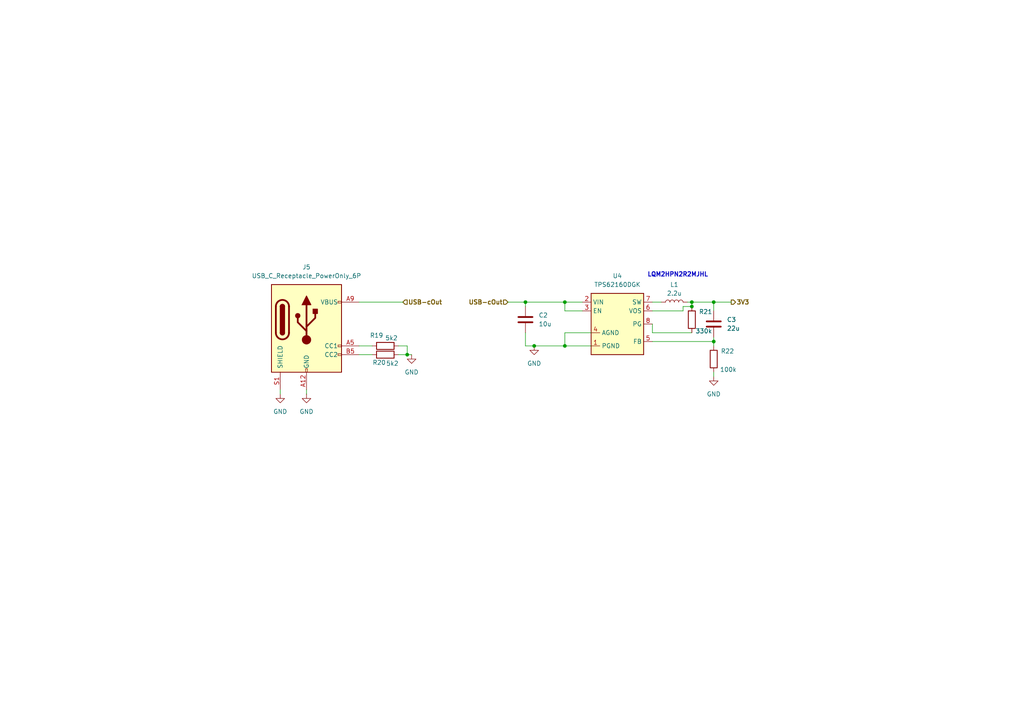
<source format=kicad_sch>
(kicad_sch (version 20250114) (generator "eeschema") (generator_version "9.0")
  (paper "A4")
  (lib_symbols
    (symbol "Connector:USB_C_Receptacle_PowerOnly_6P" (pin_names (offset 1.016))
      (property "Reference" "J" (at 0 16.51 0))
      (property "Value" "USB_C_Receptacle_PowerOnly_6P" (at 0 13.97 0))
      (symbol "USB_C_Receptacle_PowerOnly_6P_0_0"
        (rectangle (start -0.254 -12.7) (end 0.254 -11.684))
        (rectangle (start 10.16 7.874) (end 9.144 7.366))
        (rectangle (start 10.16 -4.826) (end 9.144 -5.334))
        (rectangle (start 10.16 -7.366) (end 9.144 -7.874))
      )
      (symbol "USB_C_Receptacle_PowerOnly_6P_0_1"
        (rectangle (start -10.16 12.7) (end 10.16 -12.7) (stroke (width 0.254)) (fill (type background)))
        (polyline (pts (xy -8.89 -1.27) (xy -8.89 6.35)) (stroke (width 0.508)))
        (rectangle (start -7.62 -1.27) (end -6.35 6.35) (stroke (width 0.254)) (fill (type outline)))
        (arc (start -7.62 6.35) (mid -6.985 6.9823) (end -6.35 6.35) (stroke (width 0.254)))
        (arc (start -7.62 6.35) (mid -6.985 6.9823) (end -6.35 6.35) (stroke (width 0.254)) (fill (type outline)))
        (arc (start -8.89 6.35) (mid -6.985 8.2467) (end -5.08 6.35) (stroke (width 0.508)))
        (arc (start -5.08 -1.27) (mid -6.985 -3.1667) (end -8.89 -1.27) (stroke (width 0.508)))
        (arc (start -6.35 -1.27) (mid -6.985 -1.9023) (end -7.62 -1.27) (stroke (width 0.254)))
        (arc (start -6.35 -1.27) (mid -6.985 -1.9023) (end -7.62 -1.27) (stroke (width 0.254)) (fill (type outline)))
        (polyline (pts (xy -5.08 6.35) (xy -5.08 -1.27)) (stroke (width 0.508)))
        (circle (center -2.54 3.683) (radius 0.635) (stroke (width 0.254)) (fill (type outline)))
        (polyline (pts (xy -1.27 6.858) (xy 0 9.398) (xy 1.27 6.858) (xy -1.27 6.858)) (stroke (width 0.254)) (fill (type outline)))
        (polyline (pts (xy 0 0.508) (xy 2.54 3.048) (xy 2.54 4.318)) (stroke (width 0.508)))
        (polyline (pts (xy 0 -0.762) (xy -2.54 1.778) (xy -2.54 3.048)) (stroke (width 0.508)))
        (polyline (pts (xy 0 -3.302) (xy 0 6.858)) (stroke (width 0.508)))
        (circle (center 0 -3.302) (radius 1.27) (fill (type outline)))
        (rectangle (start 1.905 4.318) (end 3.175 5.588) (stroke (width 0.254)) (fill (type outline)))
      )
      (symbol "USB_C_Receptacle_PowerOnly_6P_1_1"
        (pin passive line (at -7.62 -17.78 90) (length 5.08) (name "SHIELD") (number "S1"))
        (pin passive line (at 0 -17.78 90) (length 5.08) (name "GND") (number "A12"))
        (pin passive line (at 0 -17.78 90) (length 5.08) (hide yes) (name "GND") (number "B12"))
        (pin passive line (at 15.24 7.62 180) (length 5.08) (name "VBUS") (number "A9"))
        (pin passive line (at 15.24 7.62 180) (length 5.08) (hide yes) (name "VBUS") (number "B9"))
        (pin bidirectional line (at 15.24 -5.08 180) (length 5.08) (name "CC1") (number "A5"))
        (pin bidirectional line (at 15.24 -7.62 180) (length 5.08) (name "CC2") (number "B5"))
      )
    )
    (symbol "Device:C" (pin_numbers (hide yes)) (pin_names (offset 0.254))
      (property "Reference" "C" (at 0.635 2.54 0))
      (property "Value" "C" (at 0.635 -2.54 0))
      (symbol "C_0_1"
        (polyline (pts (xy -2.032 0.762) (xy 2.032 0.762)) (stroke (width 0.508)))
        (polyline (pts (xy -2.032 -0.762) (xy 2.032 -0.762)) (stroke (width 0.508)))
      )
      (symbol "C_1_1"
        (pin passive line (at 0 3.81 270) (length 2.794) (name "~") (number "1"))
        (pin passive line (at 0 -3.81 90) (length 2.794) (name "~") (number "2"))
      )
    )
    (symbol "Device:L" (pin_numbers (hide yes)) (pin_names (offset 1.016) (hide yes))
      (property "Reference" "L" (at -1.27 0 90))
      (property "Value" "L" (at 1.905 0 90))
      (symbol "L_0_1"
        (arc (start 0 2.54) (mid 0.6323 1.905) (end 0 1.27))
        (arc (start 0 1.27) (mid 0.6323 0.635) (end 0 0))
        (arc (start 0 0) (mid 0.6323 -0.635) (end 0 -1.27))
        (arc (start 0 -1.27) (mid 0.6323 -1.905) (end 0 -2.54))
      )
      (symbol "L_1_1"
        (pin passive line (at 0 3.81 270) (length 1.27) (name "1") (number "1"))
        (pin passive line (at 0 -3.81 90) (length 1.27) (name "2") (number "2"))
      )
    )
    (symbol "Device:R" (pin_numbers (hide yes)) (pin_names (offset 0))
      (property "Reference" "R" (at 2.032 0 90))
      (property "Value" "R" (at 0 0 90))
      (symbol "R_0_1"
        (rectangle (start -1.016 -2.54) (end 1.016 2.54) (stroke (width 0.254)))
      )
      (symbol "R_1_1"
        (pin passive line (at 0 3.81 270) (length 1.27) (name "~") (number "1"))
        (pin passive line (at 0 -3.81 90) (length 1.27) (name "~") (number "2"))
      )
    )
    (symbol "Regulator_Switching:TPS62160DGK"
      (property "Reference" "U4" (at 0 15.24 0))
      (property "Value" "TPS62160DGK" (at 0 12.7 0))
      (symbol "TPS62160DGK_0_1"
        (rectangle (start -7.62 10.16) (end 7.62 -7.62) (stroke (width 0.254)) (fill (type background)))
      )
      (symbol "TPS62160DGK_1_1"
        (pin power_in line (at -10.16 7.62 0) (length 2.54) (name "VIN") (number "2"))
        (pin input line (at -10.16 5.08 0) (length 2.54) (name "EN") (number "3"))
        (pin power_in line (at -7.62 -1.27 0) (length 2.54) (name "AGND") (number "4"))
        (pin power_in line (at -7.62 -5.08 0) (length 2.54) (name "PGND") (number "1"))
        (pin output line (at 10.16 7.62 180) (length 2.54) (name "SW") (number "7"))
        (pin input line (at 10.16 5.08 180) (length 2.54) (name "VOS") (number "6"))
        (pin open_collector line (at 10.16 1.27 180) (length 2.54) (name "PG") (number "8"))
        (pin input line (at 10.16 -3.81 180) (length 2.54) (name "FB") (number "5"))
      )
    )
    (symbol "power:GND" (power) (pin_numbers (hide yes)) (pin_names (offset 0) (hide yes))
      (property "Value" "GND" (at 0 -3.81 0))
      (symbol "GND_0_1"
        (polyline (pts (xy 0 0) (xy 0 -1.27) (xy 1.27 -1.27) (xy 0 -2.54) (xy -1.27 -1.27) (xy 0 -1.27)))
      )
      (symbol "GND_1_1"
        (pin power_in line (at 0 0 270) (length 0) (name "~") (number "1"))
      )
    )
  )
  (text "LQM2HPN2R2MJHL" (at 196.596 79.756 0) (effects (font (size 1.27 1.27) (thickness 0.254) (bold yes))))
  (junction (at 200.66 87.63))
  (junction (at 118.11 102.87))
  (junction (at 163.83 100.33))
  (junction (at 163.83 87.63))
  (junction (at 207.01 87.63))
  (junction (at 154.94 100.33))
  (junction (at 200.66 88.9))
  (junction (at 207.01 99.06))
  (junction (at 152.4 87.63))
  (wire (pts (xy 207.01 99.06) (xy 207.01 97.79)))
  (wire (pts (xy 88.9 113.03) (xy 88.9 114.3)))
  (wire (pts (xy 154.94 100.33) (xy 163.83 100.33)))
  (wire (pts (xy 152.4 100.33) (xy 154.94 100.33)))
  (wire (pts (xy 163.83 87.63) (xy 163.83 90.17)))
  (wire (pts (xy 152.4 87.63) (xy 152.4 88.9)))
  (wire (pts (xy 115.57 100.33) (xy 118.11 100.33)))
  (wire (pts (xy 147.32 87.63) (xy 152.4 87.63)))
  (wire (pts (xy 152.4 96.52) (xy 152.4 100.33)))
  (wire (pts (xy 200.66 87.63) (xy 200.66 88.9)))
  (wire (pts (xy 207.01 99.06) (xy 207.01 100.33)))
  (wire (pts (xy 207.01 107.95) (xy 207.01 109.22)))
  (wire (pts (xy 163.83 100.33) (xy 163.83 96.52)))
  (wire (pts (xy 104.14 87.63) (xy 116.84 87.63)))
  (wire (pts (xy 189.23 87.63) (xy 191.77 87.63)))
  (wire (pts (xy 199.39 87.63) (xy 200.66 87.63)))
  (wire (pts (xy 189.23 99.06) (xy 207.01 99.06)))
  (wire (pts (xy 198.12 88.9) (xy 200.66 88.9)))
  (wire (pts (xy 163.83 96.52) (xy 171.45 96.52)))
  (wire (pts (xy 207.01 90.17) (xy 207.01 87.63)))
  (wire (pts (xy 115.57 102.87) (xy 118.11 102.87)))
  (wire (pts (xy 207.01 87.63) (xy 212.09 87.63)))
  (wire (pts (xy 163.83 87.63) (xy 168.91 87.63)))
  (wire (pts (xy 163.83 100.33) (xy 171.45 100.33)))
  (wire (pts (xy 119.38 102.87) (xy 118.11 102.87)))
  (wire (pts (xy 189.23 96.52) (xy 189.23 93.98)))
  (wire (pts (xy 198.12 90.17) (xy 198.12 88.9)))
  (wire (pts (xy 118.11 102.87) (xy 118.11 100.33)))
  (wire (pts (xy 189.23 90.17) (xy 198.12 90.17)))
  (wire (pts (xy 168.91 90.17) (xy 163.83 90.17)))
  (wire (pts (xy 200.66 87.63) (xy 207.01 87.63)))
  (wire (pts (xy 81.28 113.03) (xy 81.28 114.3)))
  (wire (pts (xy 104.14 100.33) (xy 107.95 100.33)))
  (wire (pts (xy 200.66 96.52) (xy 189.23 96.52)))
  (wire (pts (xy 152.4 87.63) (xy 163.83 87.63)))
  (wire (pts (xy 104.14 102.87) (xy 107.95 102.87)))
  (hierarchical_label "USB-cOut" (shape input) (at 116.84 87.63 0) (effects (font (thickness 0.254) (bold yes))))
  (hierarchical_label "USB-cOut" (shape input) (at 147.32 87.63 180) (effects (font (thickness 0.254) (bold yes))))
  (hierarchical_label "3V3" (shape output) (at 212.09 87.63 0) (effects (font (thickness 0.254) (bold yes))))
  (symbol (lib_id "power:GND") (at 88.9 114.3 0) (unit 1)
    (property "Reference" "#PWR013" (effects (hide yes)))
    (property "Value" "GND" (at 88.9 119.38 0))
    (property "Description" "Power symbol creates a global label with name \"GND\" , ground" (effects (hide yes)))
  )
  (symbol (lib_id "Device:R") (at 111.76 100.33 90) (unit 1)
    (property "Reference" "R19" (at 109.22 97.282 90))
    (property "Value" "5k2" (at 113.538 98.044 90))
    (property "Footprint" "Resistor_SMD:R_0603_1608Metric_Pad0.98x0.95mm_HandSolder" (effects (hide yes)))
    (property "Description" "Resistor" (effects (hide yes)))
  )
  (symbol (lib_id "Device:L") (at 195.58 87.63 90) (unit 1)
    (property "Reference" "L1" (at 195.58 82.55 90))
    (property "Value" "2.2u" (at 195.58 85.09 90))
    (property "Footprint" "Inductor_SMD:L_0603_1608Metric" (effects (hide yes)))
    (property "Datasheet" "https://www.mouser.at/datasheet/3/76/1/JELF243B-0044.pdf" (effects (hide yes)))
    (property "Description" "Inductor" (effects (hide yes)))
  )
  (symbol (lib_id "power:GND") (at 119.38 102.87 0) (unit 1)
    (property "Reference" "#PWR015" (effects (hide yes)))
    (property "Value" "GND" (at 119.38 107.95 0))
    (property "Description" "Power symbol creates a global label with name \"GND\" , ground" (effects (hide yes)))
  )
  (symbol (lib_id "power:GND") (at 154.94 100.33 0) (unit 1)
    (property "Reference" "#PWR016" (effects (hide yes)))
    (property "Value" "GND" (at 154.94 105.41 0))
    (property "Description" "Power symbol creates a global label with name \"GND\" , ground" (effects (hide yes)))
  )
  (symbol (lib_id "Regulator_Switching:TPS62160DGK") (at 179.07 95.25 0) (unit 1)
    (property "Reference" "U4" (at 179.07 80.01 0))
    (property "Value" "TPS62160DGK" (at 179.07 82.55 0))
    (property "Footprint" "Package_SO:MSOP-8_3x3mm_P0.65mm" (effects (hide yes)))
    (property "Datasheet" "http://www.ti.com/lit/ds/symlink/tps62160.pdf" (effects (hide yes)))
    (property "Description" "1A Step-Down Converter with DCS-Control, adjustable output, 3-17V input voltage, VSSOP-8" (effects (hide yes)))
  )
  (symbol (lib_id "Device:C") (at 152.4 92.71 0) (unit 1)
    (property "Reference" "C2" (at 156.21 91.4399 0) (effects (justify left)))
    (property "Value" "10u" (at 156.21 93.9799 0) (effects (justify left)))
    (property "Footprint" "Capacitor_SMD:C_0603_1608Metric_Pad1.08x0.95mm_HandSolder" (effects (hide yes)))
    (property "Description" "Unpolarized capacitor" (effects (hide yes)))
  )
  (symbol (lib_id "Connector:USB_C_Receptacle_PowerOnly_6P") (at 88.9 95.25 0) (unit 1)
    (property "Reference" "J5" (at 88.9 77.47 0))
    (property "Value" "USB_C_Receptacle_PowerOnly_6P" (at 88.9 80.01 0))
    (property "Footprint" "L432KC:SAMESKY_UJC-H-G-SMT-2-P6-TR" (effects (hide yes)))
    (property "Datasheet" "https://www.mouser.at/datasheet/3/6118/1/ujc-h-g-smt-2-p6-tr.pdf" (effects (hide yes)))
    (property "Description" "USB Power-Only 6P Type-C Receptacle connector" (effects (hide yes)))
  )
  (symbol (lib_id "Device:R") (at 111.76 102.87 90) (unit 1)
    (property "Reference" "R20" (at 109.982 105.156 90))
    (property "Value" "5k2" (at 113.792 105.41 90))
    (property "Footprint" "Resistor_SMD:R_0603_1608Metric_Pad0.98x0.95mm_HandSolder" (effects (hide yes)))
    (property "Description" "Resistor" (effects (hide yes)))
  )
  (symbol (lib_id "power:GND") (at 207.01 109.22 0) (unit 1)
    (property "Reference" "#PWR017" (effects (hide yes)))
    (property "Value" "GND" (at 207.01 114.3 0))
    (property "Description" "Power symbol creates a global label with name \"GND\" , ground" (effects (hide yes)))
  )
  (symbol (lib_id "Device:R") (at 200.66 92.71 0) (unit 1)
    (property "Reference" "R21" (at 202.692 90.424 0) (effects (justify left)))
    (property "Value" "330k" (at 201.676 96.012 0) (effects (justify left)))
    (property "Footprint" "Resistor_SMD:R_0603_1608Metric" (effects (hide yes)))
    (property "Description" "Resistor" (effects (hide yes)))
  )
  (symbol (lib_id "Device:R") (at 207.01 104.14 0) (unit 1)
    (property "Reference" "R22" (at 209.042 101.854 0) (effects (justify left)))
    (property "Value" "100k" (at 208.788 107.188 0) (effects (justify left)))
    (property "Footprint" "Resistor_SMD:R_0603_1608Metric" (effects (hide yes)))
    (property "Description" "Resistor" (effects (hide yes)))
  )
  (symbol (lib_id "Device:C") (at 207.01 93.98 0) (unit 1)
    (property "Reference" "C3" (at 210.82 92.7099 0) (effects (justify left)))
    (property "Value" "22u" (at 210.82 95.2499 0) (effects (justify left)))
    (property "Footprint" "Capacitor_SMD:C_0603_1608Metric_Pad1.08x0.95mm_HandSolder" (effects (hide yes)))
    (property "Description" "Unpolarized capacitor" (effects (hide yes)))
  )
  (symbol (lib_id "power:GND") (at 81.28 114.3 0) (unit 1)
    (property "Reference" "#PWR010" (effects (hide yes)))
    (property "Value" "GND" (at 81.28 119.38 0))
    (property "Description" "Power symbol creates a global label with name \"GND\" , ground" (effects (hide yes)))
  )
)
</source>
